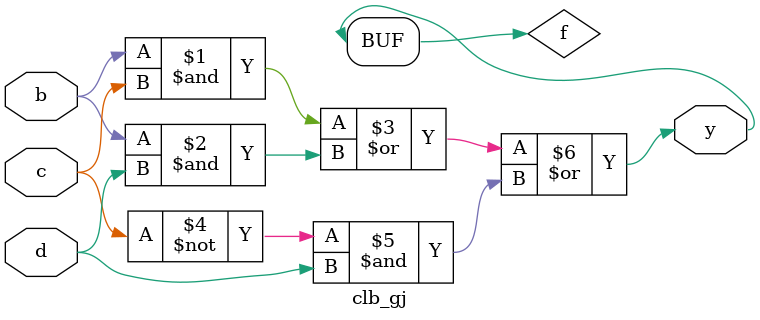
<source format=v>
module clb_gj(
	input b,
	input c,
	input d,
	output y
);

	wire f;
	
	assign f = b & c | b & d | ~c & d;
	assign y = f;
	
endmodule

</source>
